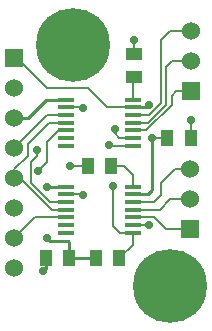
<source format=gtl>
G04 (created by PCBNEW (2013-04-19 BZR 4011)-stable) date 03/06/2014 16:48:56*
%MOIN*%
G04 Gerber Fmt 3.4, Leading zero omitted, Abs format*
%FSLAX34Y34*%
G01*
G70*
G90*
G04 APERTURE LIST*
%ADD10C,2.3622e-006*%
%ADD11R,0.06X0.06*%
%ADD12C,0.06*%
%ADD13C,0.2461*%
%ADD14R,0.0579X0.0165*%
%ADD15R,0.0433X0.0551*%
%ADD16R,0.0551X0.0433*%
%ADD17C,0.028*%
%ADD18C,0.01*%
%ADD19C,0.006*%
G04 APERTURE END LIST*
G54D10*
G54D11*
X43550Y-20950D03*
G54D12*
X43550Y-19950D03*
X43550Y-18950D03*
G54D11*
X43500Y-25550D03*
G54D12*
X43500Y-24550D03*
X43500Y-23550D03*
G54D13*
X42850Y-27450D03*
X39600Y-19400D03*
G54D12*
X37650Y-24850D03*
X37650Y-23850D03*
G54D11*
X37650Y-19850D03*
G54D12*
X37650Y-20850D03*
X37650Y-21850D03*
X37650Y-22850D03*
X37650Y-25850D03*
X37650Y-26850D03*
G54D14*
X41602Y-22000D03*
X41602Y-21744D03*
X41602Y-21488D03*
X41602Y-21232D03*
X39398Y-21232D03*
X41602Y-22768D03*
X41602Y-22512D03*
X41602Y-22256D03*
X39398Y-21488D03*
X39398Y-21744D03*
X39398Y-22000D03*
X39398Y-22256D03*
X39398Y-22512D03*
X39398Y-22768D03*
X41602Y-24900D03*
X41602Y-24644D03*
X41602Y-24388D03*
X41602Y-24132D03*
X39398Y-24132D03*
X41602Y-25668D03*
X41602Y-25412D03*
X41602Y-25156D03*
X39398Y-24388D03*
X39398Y-24644D03*
X39398Y-24900D03*
X39398Y-25156D03*
X39398Y-25412D03*
X39398Y-25668D03*
G54D15*
X43543Y-22500D03*
X42757Y-22500D03*
X38707Y-26500D03*
X39493Y-26500D03*
G54D16*
X41650Y-20493D03*
X41650Y-19707D03*
G54D15*
X40893Y-23450D03*
X40107Y-23450D03*
X41153Y-26500D03*
X40367Y-26500D03*
G54D17*
X38750Y-24150D03*
X38750Y-25850D03*
X40800Y-22750D03*
X40950Y-24100D03*
X38400Y-22900D03*
X38450Y-23600D03*
X39950Y-21500D03*
X42150Y-25400D03*
X41650Y-19250D03*
X39950Y-24400D03*
X39500Y-23450D03*
X38620Y-26960D03*
X43550Y-21900D03*
X41000Y-22200D03*
X42150Y-21400D03*
X42250Y-22500D03*
G54D18*
X38718Y-21232D02*
X38100Y-21850D01*
X39460Y-25960D02*
X38860Y-25960D01*
X38768Y-24132D02*
X38750Y-24150D01*
X38860Y-25960D02*
X38750Y-25850D01*
X39493Y-25993D02*
X39460Y-25960D01*
X39398Y-21232D02*
X38718Y-21232D01*
X40367Y-26500D02*
X39493Y-26500D01*
X39398Y-24132D02*
X38768Y-24132D01*
X39493Y-26500D02*
X39493Y-25993D01*
X38100Y-21850D02*
X37650Y-21850D01*
G54D19*
X43050Y-20950D02*
X43550Y-20950D01*
X42900Y-21400D02*
X42900Y-21100D01*
X42900Y-21100D02*
X43050Y-20950D01*
X42044Y-22256D02*
X42900Y-21400D01*
X41602Y-22256D02*
X42044Y-22256D01*
X41602Y-25156D02*
X42306Y-25156D01*
X42306Y-25156D02*
X42700Y-25550D01*
X42700Y-25550D02*
X43500Y-25550D01*
X42144Y-21744D02*
X42550Y-21338D01*
X42550Y-19250D02*
X42850Y-18950D01*
X42550Y-21338D02*
X42550Y-19250D01*
X42850Y-18950D02*
X43550Y-18950D01*
X41602Y-21744D02*
X42144Y-21744D01*
X43000Y-23550D02*
X43500Y-23550D01*
X42550Y-24400D02*
X42550Y-24000D01*
X42550Y-24000D02*
X43000Y-23550D01*
X41602Y-24644D02*
X42306Y-24644D01*
X42306Y-24644D02*
X42550Y-24400D01*
X39398Y-24900D02*
X38900Y-24900D01*
X37850Y-23850D02*
X37650Y-23850D01*
X38900Y-24900D02*
X37850Y-23850D01*
X37650Y-23850D02*
X37650Y-23550D01*
X37650Y-23550D02*
X38100Y-23100D01*
X38100Y-23100D02*
X38100Y-22700D01*
X38100Y-22700D02*
X38800Y-22000D01*
X38800Y-22000D02*
X39398Y-22000D01*
X41602Y-25668D02*
X41602Y-26091D01*
X41168Y-25668D02*
X40950Y-25450D01*
X41602Y-22768D02*
X41068Y-22768D01*
X41602Y-26091D02*
X41153Y-26500D01*
X41068Y-22768D02*
X40800Y-22750D01*
X41602Y-25668D02*
X41168Y-25668D01*
X40950Y-25450D02*
X40950Y-24100D01*
X38400Y-22900D02*
X38400Y-23100D01*
X38200Y-24000D02*
X38844Y-24644D01*
X38200Y-23300D02*
X38200Y-24000D01*
X38400Y-23100D02*
X38200Y-23300D01*
X38844Y-24644D02*
X39398Y-24644D01*
X39398Y-24644D02*
X38844Y-24644D01*
X38844Y-24644D02*
X38400Y-24200D01*
X39398Y-21744D02*
X38756Y-21744D01*
X38756Y-21744D02*
X37650Y-22850D01*
X38844Y-24644D02*
X38400Y-24200D01*
X42100Y-22000D02*
X42700Y-21400D01*
X41602Y-22000D02*
X42100Y-22000D01*
X42900Y-19950D02*
X43550Y-19950D01*
X42700Y-21400D02*
X42700Y-20150D01*
X42700Y-20150D02*
X42900Y-19950D01*
X42850Y-24550D02*
X43500Y-24550D01*
X42500Y-24900D02*
X42850Y-24550D01*
X41602Y-24900D02*
X42500Y-24900D01*
X39398Y-22256D02*
X39144Y-22256D01*
X38750Y-23300D02*
X38450Y-23600D01*
X38750Y-22650D02*
X38750Y-23300D01*
X39144Y-22256D02*
X38750Y-22650D01*
X39398Y-25156D02*
X38344Y-25156D01*
X38344Y-25156D02*
X37650Y-25850D01*
G54D18*
X38707Y-26500D02*
X38707Y-26873D01*
G54D19*
X39398Y-21488D02*
X39938Y-21488D01*
X41162Y-22512D02*
X41000Y-22350D01*
G54D18*
X38707Y-26873D02*
X38620Y-26960D01*
G54D19*
X41602Y-22512D02*
X41162Y-22512D01*
X39398Y-24388D02*
X39938Y-24388D01*
X41602Y-25412D02*
X42138Y-25412D01*
X41000Y-22350D02*
X41000Y-22200D01*
X43543Y-21907D02*
X43550Y-21900D01*
X40107Y-23450D02*
X39500Y-23450D01*
X41650Y-19707D02*
X41650Y-19250D01*
X39938Y-24388D02*
X39950Y-24400D01*
X43543Y-22500D02*
X43543Y-21907D01*
X39938Y-21488D02*
X39950Y-21500D01*
X42138Y-25412D02*
X42150Y-25400D01*
X41602Y-20541D02*
X41650Y-20493D01*
X41602Y-21232D02*
X41602Y-20541D01*
X41602Y-23752D02*
X41602Y-24132D01*
X40893Y-23450D02*
X41300Y-23450D01*
X41300Y-23450D02*
X41602Y-23752D01*
G54D18*
X42250Y-24250D02*
X42250Y-22500D01*
X42112Y-24388D02*
X42250Y-24250D01*
X41602Y-24388D02*
X42112Y-24388D01*
X41602Y-21488D02*
X42062Y-21488D01*
G54D19*
X40100Y-20850D02*
X38750Y-20850D01*
G54D18*
X42062Y-21488D02*
X42150Y-21400D01*
G54D19*
X37750Y-19850D02*
X37650Y-19850D01*
X42757Y-22500D02*
X42250Y-22500D01*
X38750Y-20850D02*
X37750Y-19850D01*
X41602Y-21488D02*
X40738Y-21488D01*
X40738Y-21488D02*
X40100Y-20850D01*
M02*

</source>
